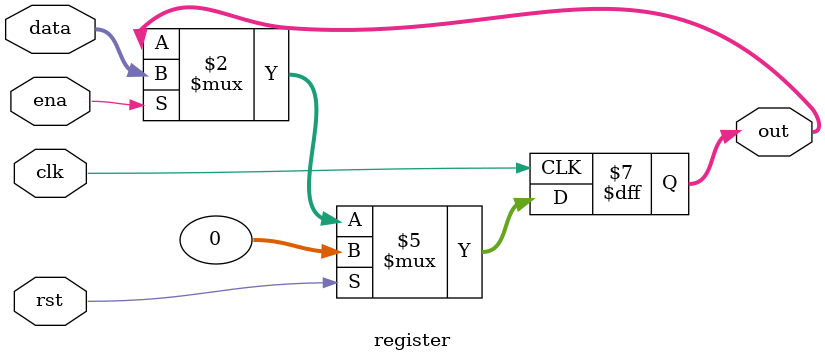
<source format=v>

module register #(parameter WIDTH = 32)                
(
input ena, clk, rst,                
input [WIDTH-1:0] data,                
output reg [WIDTH-1:0] out
);
always @(posedge clk)  
if(rst)         	out <= 0;      else if (ena)	out <= data;
endmodule
</source>
